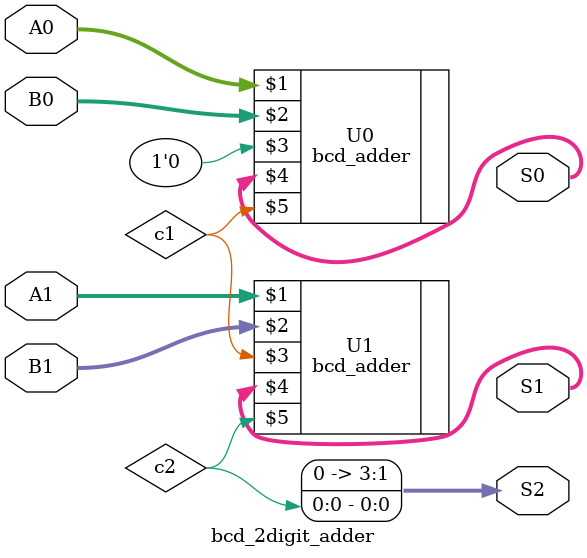
<source format=v>
module bcd_2digit_adder (
    input  [3:0] A0, A1, B0, B1,
    output [3:0] S0, S1, S2
);
    wire c1, c2;

    // Ones digit
    bcd_adder U0 (A0, B0, 1'b0, S0, c1);

    // Tens digit + carry
    bcd_adder U1 (A1, B1, c1, S1, c2);

    // Hundreds digit (carry only)
    assign S2 = {3'b000, c2};
endmodule

</source>
